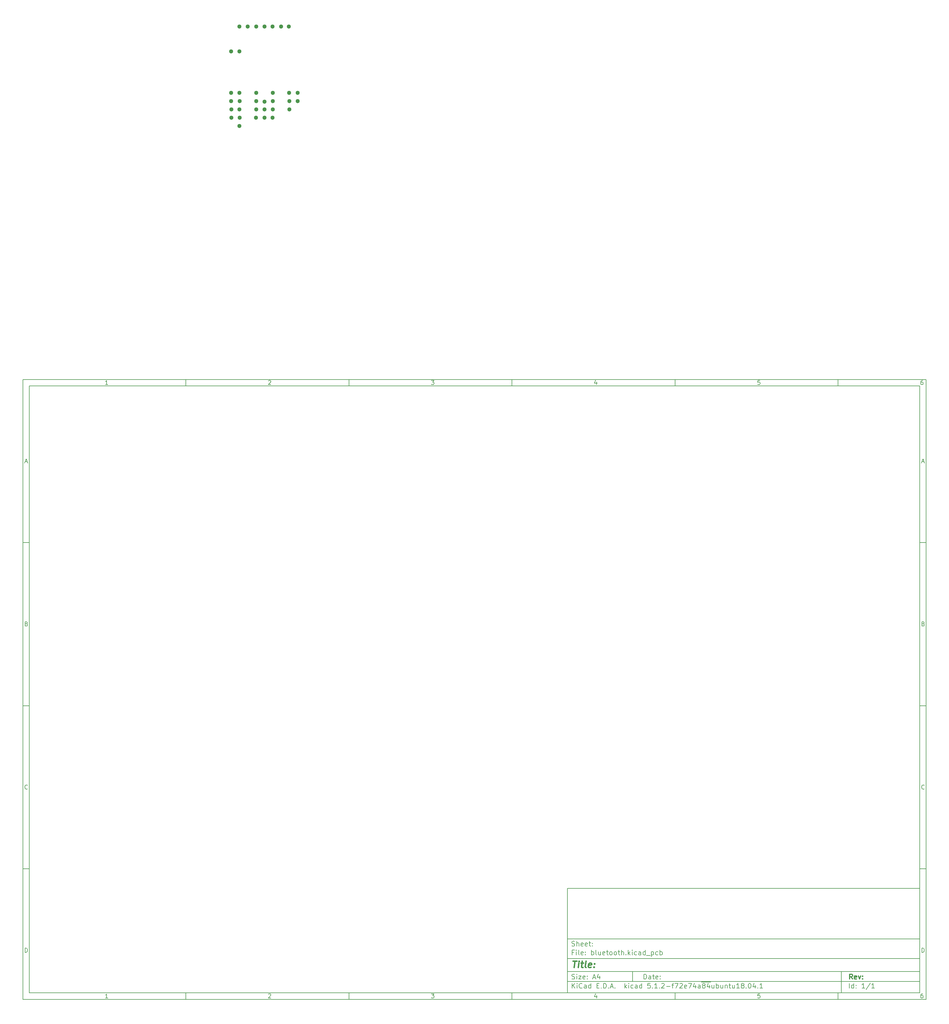
<source format=gbr>
%TF.GenerationSoftware,KiCad,Pcbnew,5.1.2-f72e74a~84~ubuntu18.04.1*%
%TF.CreationDate,2019-07-21T14:48:09+03:00*%
%TF.ProjectId,bluetooth,626c7565-746f-46f7-9468-2e6b69636164,rev?*%
%TF.SameCoordinates,Original*%
%TF.FileFunction,Soldermask,Bot*%
%TF.FilePolarity,Negative*%
%FSLAX46Y46*%
G04 Gerber Fmt 4.6, Leading zero omitted, Abs format (unit mm)*
G04 Created by KiCad (PCBNEW 5.1.2-f72e74a~84~ubuntu18.04.1) date 2019-07-21 14:48:09*
%MOMM*%
%LPD*%
G04 APERTURE LIST*
%ADD10C,0.100000*%
%ADD11C,0.150000*%
%ADD12C,0.300000*%
%ADD13C,0.400000*%
%ADD14C,1.300000*%
G04 APERTURE END LIST*
D10*
D11*
X177002200Y-166007200D02*
X177002200Y-198007200D01*
X285002200Y-198007200D01*
X285002200Y-166007200D01*
X177002200Y-166007200D01*
D10*
D11*
X10000000Y-10000000D02*
X10000000Y-200007200D01*
X287002200Y-200007200D01*
X287002200Y-10000000D01*
X10000000Y-10000000D01*
D10*
D11*
X12000000Y-12000000D02*
X12000000Y-198007200D01*
X285002200Y-198007200D01*
X285002200Y-12000000D01*
X12000000Y-12000000D01*
D10*
D11*
X60000000Y-12000000D02*
X60000000Y-10000000D01*
D10*
D11*
X110000000Y-12000000D02*
X110000000Y-10000000D01*
D10*
D11*
X160000000Y-12000000D02*
X160000000Y-10000000D01*
D10*
D11*
X210000000Y-12000000D02*
X210000000Y-10000000D01*
D10*
D11*
X260000000Y-12000000D02*
X260000000Y-10000000D01*
D10*
D11*
X36065476Y-11588095D02*
X35322619Y-11588095D01*
X35694047Y-11588095D02*
X35694047Y-10288095D01*
X35570238Y-10473809D01*
X35446428Y-10597619D01*
X35322619Y-10659523D01*
D10*
D11*
X85322619Y-10411904D02*
X85384523Y-10350000D01*
X85508333Y-10288095D01*
X85817857Y-10288095D01*
X85941666Y-10350000D01*
X86003571Y-10411904D01*
X86065476Y-10535714D01*
X86065476Y-10659523D01*
X86003571Y-10845238D01*
X85260714Y-11588095D01*
X86065476Y-11588095D01*
D10*
D11*
X135260714Y-10288095D02*
X136065476Y-10288095D01*
X135632142Y-10783333D01*
X135817857Y-10783333D01*
X135941666Y-10845238D01*
X136003571Y-10907142D01*
X136065476Y-11030952D01*
X136065476Y-11340476D01*
X136003571Y-11464285D01*
X135941666Y-11526190D01*
X135817857Y-11588095D01*
X135446428Y-11588095D01*
X135322619Y-11526190D01*
X135260714Y-11464285D01*
D10*
D11*
X185941666Y-10721428D02*
X185941666Y-11588095D01*
X185632142Y-10226190D02*
X185322619Y-11154761D01*
X186127380Y-11154761D01*
D10*
D11*
X236003571Y-10288095D02*
X235384523Y-10288095D01*
X235322619Y-10907142D01*
X235384523Y-10845238D01*
X235508333Y-10783333D01*
X235817857Y-10783333D01*
X235941666Y-10845238D01*
X236003571Y-10907142D01*
X236065476Y-11030952D01*
X236065476Y-11340476D01*
X236003571Y-11464285D01*
X235941666Y-11526190D01*
X235817857Y-11588095D01*
X235508333Y-11588095D01*
X235384523Y-11526190D01*
X235322619Y-11464285D01*
D10*
D11*
X285941666Y-10288095D02*
X285694047Y-10288095D01*
X285570238Y-10350000D01*
X285508333Y-10411904D01*
X285384523Y-10597619D01*
X285322619Y-10845238D01*
X285322619Y-11340476D01*
X285384523Y-11464285D01*
X285446428Y-11526190D01*
X285570238Y-11588095D01*
X285817857Y-11588095D01*
X285941666Y-11526190D01*
X286003571Y-11464285D01*
X286065476Y-11340476D01*
X286065476Y-11030952D01*
X286003571Y-10907142D01*
X285941666Y-10845238D01*
X285817857Y-10783333D01*
X285570238Y-10783333D01*
X285446428Y-10845238D01*
X285384523Y-10907142D01*
X285322619Y-11030952D01*
D10*
D11*
X60000000Y-198007200D02*
X60000000Y-200007200D01*
D10*
D11*
X110000000Y-198007200D02*
X110000000Y-200007200D01*
D10*
D11*
X160000000Y-198007200D02*
X160000000Y-200007200D01*
D10*
D11*
X210000000Y-198007200D02*
X210000000Y-200007200D01*
D10*
D11*
X260000000Y-198007200D02*
X260000000Y-200007200D01*
D10*
D11*
X36065476Y-199595295D02*
X35322619Y-199595295D01*
X35694047Y-199595295D02*
X35694047Y-198295295D01*
X35570238Y-198481009D01*
X35446428Y-198604819D01*
X35322619Y-198666723D01*
D10*
D11*
X85322619Y-198419104D02*
X85384523Y-198357200D01*
X85508333Y-198295295D01*
X85817857Y-198295295D01*
X85941666Y-198357200D01*
X86003571Y-198419104D01*
X86065476Y-198542914D01*
X86065476Y-198666723D01*
X86003571Y-198852438D01*
X85260714Y-199595295D01*
X86065476Y-199595295D01*
D10*
D11*
X135260714Y-198295295D02*
X136065476Y-198295295D01*
X135632142Y-198790533D01*
X135817857Y-198790533D01*
X135941666Y-198852438D01*
X136003571Y-198914342D01*
X136065476Y-199038152D01*
X136065476Y-199347676D01*
X136003571Y-199471485D01*
X135941666Y-199533390D01*
X135817857Y-199595295D01*
X135446428Y-199595295D01*
X135322619Y-199533390D01*
X135260714Y-199471485D01*
D10*
D11*
X185941666Y-198728628D02*
X185941666Y-199595295D01*
X185632142Y-198233390D02*
X185322619Y-199161961D01*
X186127380Y-199161961D01*
D10*
D11*
X236003571Y-198295295D02*
X235384523Y-198295295D01*
X235322619Y-198914342D01*
X235384523Y-198852438D01*
X235508333Y-198790533D01*
X235817857Y-198790533D01*
X235941666Y-198852438D01*
X236003571Y-198914342D01*
X236065476Y-199038152D01*
X236065476Y-199347676D01*
X236003571Y-199471485D01*
X235941666Y-199533390D01*
X235817857Y-199595295D01*
X235508333Y-199595295D01*
X235384523Y-199533390D01*
X235322619Y-199471485D01*
D10*
D11*
X285941666Y-198295295D02*
X285694047Y-198295295D01*
X285570238Y-198357200D01*
X285508333Y-198419104D01*
X285384523Y-198604819D01*
X285322619Y-198852438D01*
X285322619Y-199347676D01*
X285384523Y-199471485D01*
X285446428Y-199533390D01*
X285570238Y-199595295D01*
X285817857Y-199595295D01*
X285941666Y-199533390D01*
X286003571Y-199471485D01*
X286065476Y-199347676D01*
X286065476Y-199038152D01*
X286003571Y-198914342D01*
X285941666Y-198852438D01*
X285817857Y-198790533D01*
X285570238Y-198790533D01*
X285446428Y-198852438D01*
X285384523Y-198914342D01*
X285322619Y-199038152D01*
D10*
D11*
X10000000Y-60000000D02*
X12000000Y-60000000D01*
D10*
D11*
X10000000Y-110000000D02*
X12000000Y-110000000D01*
D10*
D11*
X10000000Y-160000000D02*
X12000000Y-160000000D01*
D10*
D11*
X10690476Y-35216666D02*
X11309523Y-35216666D01*
X10566666Y-35588095D02*
X11000000Y-34288095D01*
X11433333Y-35588095D01*
D10*
D11*
X11092857Y-84907142D02*
X11278571Y-84969047D01*
X11340476Y-85030952D01*
X11402380Y-85154761D01*
X11402380Y-85340476D01*
X11340476Y-85464285D01*
X11278571Y-85526190D01*
X11154761Y-85588095D01*
X10659523Y-85588095D01*
X10659523Y-84288095D01*
X11092857Y-84288095D01*
X11216666Y-84350000D01*
X11278571Y-84411904D01*
X11340476Y-84535714D01*
X11340476Y-84659523D01*
X11278571Y-84783333D01*
X11216666Y-84845238D01*
X11092857Y-84907142D01*
X10659523Y-84907142D01*
D10*
D11*
X11402380Y-135464285D02*
X11340476Y-135526190D01*
X11154761Y-135588095D01*
X11030952Y-135588095D01*
X10845238Y-135526190D01*
X10721428Y-135402380D01*
X10659523Y-135278571D01*
X10597619Y-135030952D01*
X10597619Y-134845238D01*
X10659523Y-134597619D01*
X10721428Y-134473809D01*
X10845238Y-134350000D01*
X11030952Y-134288095D01*
X11154761Y-134288095D01*
X11340476Y-134350000D01*
X11402380Y-134411904D01*
D10*
D11*
X10659523Y-185588095D02*
X10659523Y-184288095D01*
X10969047Y-184288095D01*
X11154761Y-184350000D01*
X11278571Y-184473809D01*
X11340476Y-184597619D01*
X11402380Y-184845238D01*
X11402380Y-185030952D01*
X11340476Y-185278571D01*
X11278571Y-185402380D01*
X11154761Y-185526190D01*
X10969047Y-185588095D01*
X10659523Y-185588095D01*
D10*
D11*
X287002200Y-60000000D02*
X285002200Y-60000000D01*
D10*
D11*
X287002200Y-110000000D02*
X285002200Y-110000000D01*
D10*
D11*
X287002200Y-160000000D02*
X285002200Y-160000000D01*
D10*
D11*
X285692676Y-35216666D02*
X286311723Y-35216666D01*
X285568866Y-35588095D02*
X286002200Y-34288095D01*
X286435533Y-35588095D01*
D10*
D11*
X286095057Y-84907142D02*
X286280771Y-84969047D01*
X286342676Y-85030952D01*
X286404580Y-85154761D01*
X286404580Y-85340476D01*
X286342676Y-85464285D01*
X286280771Y-85526190D01*
X286156961Y-85588095D01*
X285661723Y-85588095D01*
X285661723Y-84288095D01*
X286095057Y-84288095D01*
X286218866Y-84350000D01*
X286280771Y-84411904D01*
X286342676Y-84535714D01*
X286342676Y-84659523D01*
X286280771Y-84783333D01*
X286218866Y-84845238D01*
X286095057Y-84907142D01*
X285661723Y-84907142D01*
D10*
D11*
X286404580Y-135464285D02*
X286342676Y-135526190D01*
X286156961Y-135588095D01*
X286033152Y-135588095D01*
X285847438Y-135526190D01*
X285723628Y-135402380D01*
X285661723Y-135278571D01*
X285599819Y-135030952D01*
X285599819Y-134845238D01*
X285661723Y-134597619D01*
X285723628Y-134473809D01*
X285847438Y-134350000D01*
X286033152Y-134288095D01*
X286156961Y-134288095D01*
X286342676Y-134350000D01*
X286404580Y-134411904D01*
D10*
D11*
X285661723Y-185588095D02*
X285661723Y-184288095D01*
X285971247Y-184288095D01*
X286156961Y-184350000D01*
X286280771Y-184473809D01*
X286342676Y-184597619D01*
X286404580Y-184845238D01*
X286404580Y-185030952D01*
X286342676Y-185278571D01*
X286280771Y-185402380D01*
X286156961Y-185526190D01*
X285971247Y-185588095D01*
X285661723Y-185588095D01*
D10*
D11*
X200434342Y-193785771D02*
X200434342Y-192285771D01*
X200791485Y-192285771D01*
X201005771Y-192357200D01*
X201148628Y-192500057D01*
X201220057Y-192642914D01*
X201291485Y-192928628D01*
X201291485Y-193142914D01*
X201220057Y-193428628D01*
X201148628Y-193571485D01*
X201005771Y-193714342D01*
X200791485Y-193785771D01*
X200434342Y-193785771D01*
X202577200Y-193785771D02*
X202577200Y-193000057D01*
X202505771Y-192857200D01*
X202362914Y-192785771D01*
X202077200Y-192785771D01*
X201934342Y-192857200D01*
X202577200Y-193714342D02*
X202434342Y-193785771D01*
X202077200Y-193785771D01*
X201934342Y-193714342D01*
X201862914Y-193571485D01*
X201862914Y-193428628D01*
X201934342Y-193285771D01*
X202077200Y-193214342D01*
X202434342Y-193214342D01*
X202577200Y-193142914D01*
X203077200Y-192785771D02*
X203648628Y-192785771D01*
X203291485Y-192285771D02*
X203291485Y-193571485D01*
X203362914Y-193714342D01*
X203505771Y-193785771D01*
X203648628Y-193785771D01*
X204720057Y-193714342D02*
X204577200Y-193785771D01*
X204291485Y-193785771D01*
X204148628Y-193714342D01*
X204077200Y-193571485D01*
X204077200Y-193000057D01*
X204148628Y-192857200D01*
X204291485Y-192785771D01*
X204577200Y-192785771D01*
X204720057Y-192857200D01*
X204791485Y-193000057D01*
X204791485Y-193142914D01*
X204077200Y-193285771D01*
X205434342Y-193642914D02*
X205505771Y-193714342D01*
X205434342Y-193785771D01*
X205362914Y-193714342D01*
X205434342Y-193642914D01*
X205434342Y-193785771D01*
X205434342Y-192857200D02*
X205505771Y-192928628D01*
X205434342Y-193000057D01*
X205362914Y-192928628D01*
X205434342Y-192857200D01*
X205434342Y-193000057D01*
D10*
D11*
X177002200Y-194507200D02*
X285002200Y-194507200D01*
D10*
D11*
X178434342Y-196585771D02*
X178434342Y-195085771D01*
X179291485Y-196585771D02*
X178648628Y-195728628D01*
X179291485Y-195085771D02*
X178434342Y-195942914D01*
X179934342Y-196585771D02*
X179934342Y-195585771D01*
X179934342Y-195085771D02*
X179862914Y-195157200D01*
X179934342Y-195228628D01*
X180005771Y-195157200D01*
X179934342Y-195085771D01*
X179934342Y-195228628D01*
X181505771Y-196442914D02*
X181434342Y-196514342D01*
X181220057Y-196585771D01*
X181077200Y-196585771D01*
X180862914Y-196514342D01*
X180720057Y-196371485D01*
X180648628Y-196228628D01*
X180577200Y-195942914D01*
X180577200Y-195728628D01*
X180648628Y-195442914D01*
X180720057Y-195300057D01*
X180862914Y-195157200D01*
X181077200Y-195085771D01*
X181220057Y-195085771D01*
X181434342Y-195157200D01*
X181505771Y-195228628D01*
X182791485Y-196585771D02*
X182791485Y-195800057D01*
X182720057Y-195657200D01*
X182577200Y-195585771D01*
X182291485Y-195585771D01*
X182148628Y-195657200D01*
X182791485Y-196514342D02*
X182648628Y-196585771D01*
X182291485Y-196585771D01*
X182148628Y-196514342D01*
X182077200Y-196371485D01*
X182077200Y-196228628D01*
X182148628Y-196085771D01*
X182291485Y-196014342D01*
X182648628Y-196014342D01*
X182791485Y-195942914D01*
X184148628Y-196585771D02*
X184148628Y-195085771D01*
X184148628Y-196514342D02*
X184005771Y-196585771D01*
X183720057Y-196585771D01*
X183577200Y-196514342D01*
X183505771Y-196442914D01*
X183434342Y-196300057D01*
X183434342Y-195871485D01*
X183505771Y-195728628D01*
X183577200Y-195657200D01*
X183720057Y-195585771D01*
X184005771Y-195585771D01*
X184148628Y-195657200D01*
X186005771Y-195800057D02*
X186505771Y-195800057D01*
X186720057Y-196585771D02*
X186005771Y-196585771D01*
X186005771Y-195085771D01*
X186720057Y-195085771D01*
X187362914Y-196442914D02*
X187434342Y-196514342D01*
X187362914Y-196585771D01*
X187291485Y-196514342D01*
X187362914Y-196442914D01*
X187362914Y-196585771D01*
X188077200Y-196585771D02*
X188077200Y-195085771D01*
X188434342Y-195085771D01*
X188648628Y-195157200D01*
X188791485Y-195300057D01*
X188862914Y-195442914D01*
X188934342Y-195728628D01*
X188934342Y-195942914D01*
X188862914Y-196228628D01*
X188791485Y-196371485D01*
X188648628Y-196514342D01*
X188434342Y-196585771D01*
X188077200Y-196585771D01*
X189577200Y-196442914D02*
X189648628Y-196514342D01*
X189577200Y-196585771D01*
X189505771Y-196514342D01*
X189577200Y-196442914D01*
X189577200Y-196585771D01*
X190220057Y-196157200D02*
X190934342Y-196157200D01*
X190077200Y-196585771D02*
X190577200Y-195085771D01*
X191077200Y-196585771D01*
X191577200Y-196442914D02*
X191648628Y-196514342D01*
X191577200Y-196585771D01*
X191505771Y-196514342D01*
X191577200Y-196442914D01*
X191577200Y-196585771D01*
X194577200Y-196585771D02*
X194577200Y-195085771D01*
X194720057Y-196014342D02*
X195148628Y-196585771D01*
X195148628Y-195585771D02*
X194577200Y-196157200D01*
X195791485Y-196585771D02*
X195791485Y-195585771D01*
X195791485Y-195085771D02*
X195720057Y-195157200D01*
X195791485Y-195228628D01*
X195862914Y-195157200D01*
X195791485Y-195085771D01*
X195791485Y-195228628D01*
X197148628Y-196514342D02*
X197005771Y-196585771D01*
X196720057Y-196585771D01*
X196577200Y-196514342D01*
X196505771Y-196442914D01*
X196434342Y-196300057D01*
X196434342Y-195871485D01*
X196505771Y-195728628D01*
X196577200Y-195657200D01*
X196720057Y-195585771D01*
X197005771Y-195585771D01*
X197148628Y-195657200D01*
X198434342Y-196585771D02*
X198434342Y-195800057D01*
X198362914Y-195657200D01*
X198220057Y-195585771D01*
X197934342Y-195585771D01*
X197791485Y-195657200D01*
X198434342Y-196514342D02*
X198291485Y-196585771D01*
X197934342Y-196585771D01*
X197791485Y-196514342D01*
X197720057Y-196371485D01*
X197720057Y-196228628D01*
X197791485Y-196085771D01*
X197934342Y-196014342D01*
X198291485Y-196014342D01*
X198434342Y-195942914D01*
X199791485Y-196585771D02*
X199791485Y-195085771D01*
X199791485Y-196514342D02*
X199648628Y-196585771D01*
X199362914Y-196585771D01*
X199220057Y-196514342D01*
X199148628Y-196442914D01*
X199077200Y-196300057D01*
X199077200Y-195871485D01*
X199148628Y-195728628D01*
X199220057Y-195657200D01*
X199362914Y-195585771D01*
X199648628Y-195585771D01*
X199791485Y-195657200D01*
X202362914Y-195085771D02*
X201648628Y-195085771D01*
X201577200Y-195800057D01*
X201648628Y-195728628D01*
X201791485Y-195657200D01*
X202148628Y-195657200D01*
X202291485Y-195728628D01*
X202362914Y-195800057D01*
X202434342Y-195942914D01*
X202434342Y-196300057D01*
X202362914Y-196442914D01*
X202291485Y-196514342D01*
X202148628Y-196585771D01*
X201791485Y-196585771D01*
X201648628Y-196514342D01*
X201577200Y-196442914D01*
X203077200Y-196442914D02*
X203148628Y-196514342D01*
X203077200Y-196585771D01*
X203005771Y-196514342D01*
X203077200Y-196442914D01*
X203077200Y-196585771D01*
X204577200Y-196585771D02*
X203720057Y-196585771D01*
X204148628Y-196585771D02*
X204148628Y-195085771D01*
X204005771Y-195300057D01*
X203862914Y-195442914D01*
X203720057Y-195514342D01*
X205220057Y-196442914D02*
X205291485Y-196514342D01*
X205220057Y-196585771D01*
X205148628Y-196514342D01*
X205220057Y-196442914D01*
X205220057Y-196585771D01*
X205862914Y-195228628D02*
X205934342Y-195157200D01*
X206077200Y-195085771D01*
X206434342Y-195085771D01*
X206577200Y-195157200D01*
X206648628Y-195228628D01*
X206720057Y-195371485D01*
X206720057Y-195514342D01*
X206648628Y-195728628D01*
X205791485Y-196585771D01*
X206720057Y-196585771D01*
X207362914Y-196014342D02*
X208505771Y-196014342D01*
X209005771Y-195585771D02*
X209577200Y-195585771D01*
X209220057Y-196585771D02*
X209220057Y-195300057D01*
X209291485Y-195157200D01*
X209434342Y-195085771D01*
X209577200Y-195085771D01*
X209934342Y-195085771D02*
X210934342Y-195085771D01*
X210291485Y-196585771D01*
X211434342Y-195228628D02*
X211505771Y-195157200D01*
X211648628Y-195085771D01*
X212005771Y-195085771D01*
X212148628Y-195157200D01*
X212220057Y-195228628D01*
X212291485Y-195371485D01*
X212291485Y-195514342D01*
X212220057Y-195728628D01*
X211362914Y-196585771D01*
X212291485Y-196585771D01*
X213505771Y-196514342D02*
X213362914Y-196585771D01*
X213077200Y-196585771D01*
X212934342Y-196514342D01*
X212862914Y-196371485D01*
X212862914Y-195800057D01*
X212934342Y-195657200D01*
X213077200Y-195585771D01*
X213362914Y-195585771D01*
X213505771Y-195657200D01*
X213577200Y-195800057D01*
X213577200Y-195942914D01*
X212862914Y-196085771D01*
X214077200Y-195085771D02*
X215077200Y-195085771D01*
X214434342Y-196585771D01*
X216291485Y-195585771D02*
X216291485Y-196585771D01*
X215934342Y-195014342D02*
X215577200Y-196085771D01*
X216505771Y-196085771D01*
X217720057Y-196585771D02*
X217720057Y-195800057D01*
X217648628Y-195657200D01*
X217505771Y-195585771D01*
X217220057Y-195585771D01*
X217077200Y-195657200D01*
X217720057Y-196514342D02*
X217577200Y-196585771D01*
X217220057Y-196585771D01*
X217077200Y-196514342D01*
X217005771Y-196371485D01*
X217005771Y-196228628D01*
X217077200Y-196085771D01*
X217220057Y-196014342D01*
X217577200Y-196014342D01*
X217720057Y-195942914D01*
X218077200Y-194677200D02*
X219505771Y-194677200D01*
X218648628Y-195728628D02*
X218505771Y-195657200D01*
X218434342Y-195585771D01*
X218362914Y-195442914D01*
X218362914Y-195371485D01*
X218434342Y-195228628D01*
X218505771Y-195157200D01*
X218648628Y-195085771D01*
X218934342Y-195085771D01*
X219077200Y-195157200D01*
X219148628Y-195228628D01*
X219220057Y-195371485D01*
X219220057Y-195442914D01*
X219148628Y-195585771D01*
X219077200Y-195657200D01*
X218934342Y-195728628D01*
X218648628Y-195728628D01*
X218505771Y-195800057D01*
X218434342Y-195871485D01*
X218362914Y-196014342D01*
X218362914Y-196300057D01*
X218434342Y-196442914D01*
X218505771Y-196514342D01*
X218648628Y-196585771D01*
X218934342Y-196585771D01*
X219077200Y-196514342D01*
X219148628Y-196442914D01*
X219220057Y-196300057D01*
X219220057Y-196014342D01*
X219148628Y-195871485D01*
X219077200Y-195800057D01*
X218934342Y-195728628D01*
X219505771Y-194677200D02*
X220934342Y-194677200D01*
X220505771Y-195585771D02*
X220505771Y-196585771D01*
X220148628Y-195014342D02*
X219791485Y-196085771D01*
X220720057Y-196085771D01*
X221934342Y-195585771D02*
X221934342Y-196585771D01*
X221291485Y-195585771D02*
X221291485Y-196371485D01*
X221362914Y-196514342D01*
X221505771Y-196585771D01*
X221720057Y-196585771D01*
X221862914Y-196514342D01*
X221934342Y-196442914D01*
X222648628Y-196585771D02*
X222648628Y-195085771D01*
X222648628Y-195657200D02*
X222791485Y-195585771D01*
X223077200Y-195585771D01*
X223220057Y-195657200D01*
X223291485Y-195728628D01*
X223362914Y-195871485D01*
X223362914Y-196300057D01*
X223291485Y-196442914D01*
X223220057Y-196514342D01*
X223077200Y-196585771D01*
X222791485Y-196585771D01*
X222648628Y-196514342D01*
X224648628Y-195585771D02*
X224648628Y-196585771D01*
X224005771Y-195585771D02*
X224005771Y-196371485D01*
X224077200Y-196514342D01*
X224220057Y-196585771D01*
X224434342Y-196585771D01*
X224577200Y-196514342D01*
X224648628Y-196442914D01*
X225362914Y-195585771D02*
X225362914Y-196585771D01*
X225362914Y-195728628D02*
X225434342Y-195657200D01*
X225577200Y-195585771D01*
X225791485Y-195585771D01*
X225934342Y-195657200D01*
X226005771Y-195800057D01*
X226005771Y-196585771D01*
X226505771Y-195585771D02*
X227077200Y-195585771D01*
X226720057Y-195085771D02*
X226720057Y-196371485D01*
X226791485Y-196514342D01*
X226934342Y-196585771D01*
X227077200Y-196585771D01*
X228220057Y-195585771D02*
X228220057Y-196585771D01*
X227577200Y-195585771D02*
X227577200Y-196371485D01*
X227648628Y-196514342D01*
X227791485Y-196585771D01*
X228005771Y-196585771D01*
X228148628Y-196514342D01*
X228220057Y-196442914D01*
X229720057Y-196585771D02*
X228862914Y-196585771D01*
X229291485Y-196585771D02*
X229291485Y-195085771D01*
X229148628Y-195300057D01*
X229005771Y-195442914D01*
X228862914Y-195514342D01*
X230577200Y-195728628D02*
X230434342Y-195657200D01*
X230362914Y-195585771D01*
X230291485Y-195442914D01*
X230291485Y-195371485D01*
X230362914Y-195228628D01*
X230434342Y-195157200D01*
X230577200Y-195085771D01*
X230862914Y-195085771D01*
X231005771Y-195157200D01*
X231077200Y-195228628D01*
X231148628Y-195371485D01*
X231148628Y-195442914D01*
X231077200Y-195585771D01*
X231005771Y-195657200D01*
X230862914Y-195728628D01*
X230577200Y-195728628D01*
X230434342Y-195800057D01*
X230362914Y-195871485D01*
X230291485Y-196014342D01*
X230291485Y-196300057D01*
X230362914Y-196442914D01*
X230434342Y-196514342D01*
X230577200Y-196585771D01*
X230862914Y-196585771D01*
X231005771Y-196514342D01*
X231077200Y-196442914D01*
X231148628Y-196300057D01*
X231148628Y-196014342D01*
X231077200Y-195871485D01*
X231005771Y-195800057D01*
X230862914Y-195728628D01*
X231791485Y-196442914D02*
X231862914Y-196514342D01*
X231791485Y-196585771D01*
X231720057Y-196514342D01*
X231791485Y-196442914D01*
X231791485Y-196585771D01*
X232791485Y-195085771D02*
X232934342Y-195085771D01*
X233077200Y-195157200D01*
X233148628Y-195228628D01*
X233220057Y-195371485D01*
X233291485Y-195657200D01*
X233291485Y-196014342D01*
X233220057Y-196300057D01*
X233148628Y-196442914D01*
X233077200Y-196514342D01*
X232934342Y-196585771D01*
X232791485Y-196585771D01*
X232648628Y-196514342D01*
X232577200Y-196442914D01*
X232505771Y-196300057D01*
X232434342Y-196014342D01*
X232434342Y-195657200D01*
X232505771Y-195371485D01*
X232577200Y-195228628D01*
X232648628Y-195157200D01*
X232791485Y-195085771D01*
X234577200Y-195585771D02*
X234577200Y-196585771D01*
X234220057Y-195014342D02*
X233862914Y-196085771D01*
X234791485Y-196085771D01*
X235362914Y-196442914D02*
X235434342Y-196514342D01*
X235362914Y-196585771D01*
X235291485Y-196514342D01*
X235362914Y-196442914D01*
X235362914Y-196585771D01*
X236862914Y-196585771D02*
X236005771Y-196585771D01*
X236434342Y-196585771D02*
X236434342Y-195085771D01*
X236291485Y-195300057D01*
X236148628Y-195442914D01*
X236005771Y-195514342D01*
D10*
D11*
X177002200Y-191507200D02*
X285002200Y-191507200D01*
D10*
D12*
X264411485Y-193785771D02*
X263911485Y-193071485D01*
X263554342Y-193785771D02*
X263554342Y-192285771D01*
X264125771Y-192285771D01*
X264268628Y-192357200D01*
X264340057Y-192428628D01*
X264411485Y-192571485D01*
X264411485Y-192785771D01*
X264340057Y-192928628D01*
X264268628Y-193000057D01*
X264125771Y-193071485D01*
X263554342Y-193071485D01*
X265625771Y-193714342D02*
X265482914Y-193785771D01*
X265197200Y-193785771D01*
X265054342Y-193714342D01*
X264982914Y-193571485D01*
X264982914Y-193000057D01*
X265054342Y-192857200D01*
X265197200Y-192785771D01*
X265482914Y-192785771D01*
X265625771Y-192857200D01*
X265697200Y-193000057D01*
X265697200Y-193142914D01*
X264982914Y-193285771D01*
X266197200Y-192785771D02*
X266554342Y-193785771D01*
X266911485Y-192785771D01*
X267482914Y-193642914D02*
X267554342Y-193714342D01*
X267482914Y-193785771D01*
X267411485Y-193714342D01*
X267482914Y-193642914D01*
X267482914Y-193785771D01*
X267482914Y-192857200D02*
X267554342Y-192928628D01*
X267482914Y-193000057D01*
X267411485Y-192928628D01*
X267482914Y-192857200D01*
X267482914Y-193000057D01*
D10*
D11*
X178362914Y-193714342D02*
X178577200Y-193785771D01*
X178934342Y-193785771D01*
X179077200Y-193714342D01*
X179148628Y-193642914D01*
X179220057Y-193500057D01*
X179220057Y-193357200D01*
X179148628Y-193214342D01*
X179077200Y-193142914D01*
X178934342Y-193071485D01*
X178648628Y-193000057D01*
X178505771Y-192928628D01*
X178434342Y-192857200D01*
X178362914Y-192714342D01*
X178362914Y-192571485D01*
X178434342Y-192428628D01*
X178505771Y-192357200D01*
X178648628Y-192285771D01*
X179005771Y-192285771D01*
X179220057Y-192357200D01*
X179862914Y-193785771D02*
X179862914Y-192785771D01*
X179862914Y-192285771D02*
X179791485Y-192357200D01*
X179862914Y-192428628D01*
X179934342Y-192357200D01*
X179862914Y-192285771D01*
X179862914Y-192428628D01*
X180434342Y-192785771D02*
X181220057Y-192785771D01*
X180434342Y-193785771D01*
X181220057Y-193785771D01*
X182362914Y-193714342D02*
X182220057Y-193785771D01*
X181934342Y-193785771D01*
X181791485Y-193714342D01*
X181720057Y-193571485D01*
X181720057Y-193000057D01*
X181791485Y-192857200D01*
X181934342Y-192785771D01*
X182220057Y-192785771D01*
X182362914Y-192857200D01*
X182434342Y-193000057D01*
X182434342Y-193142914D01*
X181720057Y-193285771D01*
X183077200Y-193642914D02*
X183148628Y-193714342D01*
X183077200Y-193785771D01*
X183005771Y-193714342D01*
X183077200Y-193642914D01*
X183077200Y-193785771D01*
X183077200Y-192857200D02*
X183148628Y-192928628D01*
X183077200Y-193000057D01*
X183005771Y-192928628D01*
X183077200Y-192857200D01*
X183077200Y-193000057D01*
X184862914Y-193357200D02*
X185577200Y-193357200D01*
X184720057Y-193785771D02*
X185220057Y-192285771D01*
X185720057Y-193785771D01*
X186862914Y-192785771D02*
X186862914Y-193785771D01*
X186505771Y-192214342D02*
X186148628Y-193285771D01*
X187077200Y-193285771D01*
D10*
D11*
X263434342Y-196585771D02*
X263434342Y-195085771D01*
X264791485Y-196585771D02*
X264791485Y-195085771D01*
X264791485Y-196514342D02*
X264648628Y-196585771D01*
X264362914Y-196585771D01*
X264220057Y-196514342D01*
X264148628Y-196442914D01*
X264077200Y-196300057D01*
X264077200Y-195871485D01*
X264148628Y-195728628D01*
X264220057Y-195657200D01*
X264362914Y-195585771D01*
X264648628Y-195585771D01*
X264791485Y-195657200D01*
X265505771Y-196442914D02*
X265577200Y-196514342D01*
X265505771Y-196585771D01*
X265434342Y-196514342D01*
X265505771Y-196442914D01*
X265505771Y-196585771D01*
X265505771Y-195657200D02*
X265577200Y-195728628D01*
X265505771Y-195800057D01*
X265434342Y-195728628D01*
X265505771Y-195657200D01*
X265505771Y-195800057D01*
X268148628Y-196585771D02*
X267291485Y-196585771D01*
X267720057Y-196585771D02*
X267720057Y-195085771D01*
X267577200Y-195300057D01*
X267434342Y-195442914D01*
X267291485Y-195514342D01*
X269862914Y-195014342D02*
X268577200Y-196942914D01*
X271148628Y-196585771D02*
X270291485Y-196585771D01*
X270720057Y-196585771D02*
X270720057Y-195085771D01*
X270577200Y-195300057D01*
X270434342Y-195442914D01*
X270291485Y-195514342D01*
D10*
D11*
X177002200Y-187507200D02*
X285002200Y-187507200D01*
D10*
D13*
X178714580Y-188211961D02*
X179857438Y-188211961D01*
X179036009Y-190211961D02*
X179286009Y-188211961D01*
X180274104Y-190211961D02*
X180440771Y-188878628D01*
X180524104Y-188211961D02*
X180416961Y-188307200D01*
X180500295Y-188402438D01*
X180607438Y-188307200D01*
X180524104Y-188211961D01*
X180500295Y-188402438D01*
X181107438Y-188878628D02*
X181869342Y-188878628D01*
X181476485Y-188211961D02*
X181262200Y-189926247D01*
X181333628Y-190116723D01*
X181512200Y-190211961D01*
X181702676Y-190211961D01*
X182655057Y-190211961D02*
X182476485Y-190116723D01*
X182405057Y-189926247D01*
X182619342Y-188211961D01*
X184190771Y-190116723D02*
X183988390Y-190211961D01*
X183607438Y-190211961D01*
X183428866Y-190116723D01*
X183357438Y-189926247D01*
X183452676Y-189164342D01*
X183571723Y-188973866D01*
X183774104Y-188878628D01*
X184155057Y-188878628D01*
X184333628Y-188973866D01*
X184405057Y-189164342D01*
X184381247Y-189354819D01*
X183405057Y-189545295D01*
X185155057Y-190021485D02*
X185238390Y-190116723D01*
X185131247Y-190211961D01*
X185047914Y-190116723D01*
X185155057Y-190021485D01*
X185131247Y-190211961D01*
X185286009Y-188973866D02*
X185369342Y-189069104D01*
X185262200Y-189164342D01*
X185178866Y-189069104D01*
X185286009Y-188973866D01*
X185262200Y-189164342D01*
D10*
D11*
X178934342Y-185600057D02*
X178434342Y-185600057D01*
X178434342Y-186385771D02*
X178434342Y-184885771D01*
X179148628Y-184885771D01*
X179720057Y-186385771D02*
X179720057Y-185385771D01*
X179720057Y-184885771D02*
X179648628Y-184957200D01*
X179720057Y-185028628D01*
X179791485Y-184957200D01*
X179720057Y-184885771D01*
X179720057Y-185028628D01*
X180648628Y-186385771D02*
X180505771Y-186314342D01*
X180434342Y-186171485D01*
X180434342Y-184885771D01*
X181791485Y-186314342D02*
X181648628Y-186385771D01*
X181362914Y-186385771D01*
X181220057Y-186314342D01*
X181148628Y-186171485D01*
X181148628Y-185600057D01*
X181220057Y-185457200D01*
X181362914Y-185385771D01*
X181648628Y-185385771D01*
X181791485Y-185457200D01*
X181862914Y-185600057D01*
X181862914Y-185742914D01*
X181148628Y-185885771D01*
X182505771Y-186242914D02*
X182577200Y-186314342D01*
X182505771Y-186385771D01*
X182434342Y-186314342D01*
X182505771Y-186242914D01*
X182505771Y-186385771D01*
X182505771Y-185457200D02*
X182577200Y-185528628D01*
X182505771Y-185600057D01*
X182434342Y-185528628D01*
X182505771Y-185457200D01*
X182505771Y-185600057D01*
X184362914Y-186385771D02*
X184362914Y-184885771D01*
X184362914Y-185457200D02*
X184505771Y-185385771D01*
X184791485Y-185385771D01*
X184934342Y-185457200D01*
X185005771Y-185528628D01*
X185077200Y-185671485D01*
X185077200Y-186100057D01*
X185005771Y-186242914D01*
X184934342Y-186314342D01*
X184791485Y-186385771D01*
X184505771Y-186385771D01*
X184362914Y-186314342D01*
X185934342Y-186385771D02*
X185791485Y-186314342D01*
X185720057Y-186171485D01*
X185720057Y-184885771D01*
X187148628Y-185385771D02*
X187148628Y-186385771D01*
X186505771Y-185385771D02*
X186505771Y-186171485D01*
X186577200Y-186314342D01*
X186720057Y-186385771D01*
X186934342Y-186385771D01*
X187077200Y-186314342D01*
X187148628Y-186242914D01*
X188434342Y-186314342D02*
X188291485Y-186385771D01*
X188005771Y-186385771D01*
X187862914Y-186314342D01*
X187791485Y-186171485D01*
X187791485Y-185600057D01*
X187862914Y-185457200D01*
X188005771Y-185385771D01*
X188291485Y-185385771D01*
X188434342Y-185457200D01*
X188505771Y-185600057D01*
X188505771Y-185742914D01*
X187791485Y-185885771D01*
X188934342Y-185385771D02*
X189505771Y-185385771D01*
X189148628Y-184885771D02*
X189148628Y-186171485D01*
X189220057Y-186314342D01*
X189362914Y-186385771D01*
X189505771Y-186385771D01*
X190220057Y-186385771D02*
X190077200Y-186314342D01*
X190005771Y-186242914D01*
X189934342Y-186100057D01*
X189934342Y-185671485D01*
X190005771Y-185528628D01*
X190077200Y-185457200D01*
X190220057Y-185385771D01*
X190434342Y-185385771D01*
X190577200Y-185457200D01*
X190648628Y-185528628D01*
X190720057Y-185671485D01*
X190720057Y-186100057D01*
X190648628Y-186242914D01*
X190577200Y-186314342D01*
X190434342Y-186385771D01*
X190220057Y-186385771D01*
X191577200Y-186385771D02*
X191434342Y-186314342D01*
X191362914Y-186242914D01*
X191291485Y-186100057D01*
X191291485Y-185671485D01*
X191362914Y-185528628D01*
X191434342Y-185457200D01*
X191577200Y-185385771D01*
X191791485Y-185385771D01*
X191934342Y-185457200D01*
X192005771Y-185528628D01*
X192077200Y-185671485D01*
X192077200Y-186100057D01*
X192005771Y-186242914D01*
X191934342Y-186314342D01*
X191791485Y-186385771D01*
X191577200Y-186385771D01*
X192505771Y-185385771D02*
X193077200Y-185385771D01*
X192720057Y-184885771D02*
X192720057Y-186171485D01*
X192791485Y-186314342D01*
X192934342Y-186385771D01*
X193077200Y-186385771D01*
X193577200Y-186385771D02*
X193577200Y-184885771D01*
X194220057Y-186385771D02*
X194220057Y-185600057D01*
X194148628Y-185457200D01*
X194005771Y-185385771D01*
X193791485Y-185385771D01*
X193648628Y-185457200D01*
X193577200Y-185528628D01*
X194934342Y-186242914D02*
X195005771Y-186314342D01*
X194934342Y-186385771D01*
X194862914Y-186314342D01*
X194934342Y-186242914D01*
X194934342Y-186385771D01*
X195648628Y-186385771D02*
X195648628Y-184885771D01*
X195791485Y-185814342D02*
X196220057Y-186385771D01*
X196220057Y-185385771D02*
X195648628Y-185957200D01*
X196862914Y-186385771D02*
X196862914Y-185385771D01*
X196862914Y-184885771D02*
X196791485Y-184957200D01*
X196862914Y-185028628D01*
X196934342Y-184957200D01*
X196862914Y-184885771D01*
X196862914Y-185028628D01*
X198220057Y-186314342D02*
X198077200Y-186385771D01*
X197791485Y-186385771D01*
X197648628Y-186314342D01*
X197577200Y-186242914D01*
X197505771Y-186100057D01*
X197505771Y-185671485D01*
X197577200Y-185528628D01*
X197648628Y-185457200D01*
X197791485Y-185385771D01*
X198077200Y-185385771D01*
X198220057Y-185457200D01*
X199505771Y-186385771D02*
X199505771Y-185600057D01*
X199434342Y-185457200D01*
X199291485Y-185385771D01*
X199005771Y-185385771D01*
X198862914Y-185457200D01*
X199505771Y-186314342D02*
X199362914Y-186385771D01*
X199005771Y-186385771D01*
X198862914Y-186314342D01*
X198791485Y-186171485D01*
X198791485Y-186028628D01*
X198862914Y-185885771D01*
X199005771Y-185814342D01*
X199362914Y-185814342D01*
X199505771Y-185742914D01*
X200862914Y-186385771D02*
X200862914Y-184885771D01*
X200862914Y-186314342D02*
X200720057Y-186385771D01*
X200434342Y-186385771D01*
X200291485Y-186314342D01*
X200220057Y-186242914D01*
X200148628Y-186100057D01*
X200148628Y-185671485D01*
X200220057Y-185528628D01*
X200291485Y-185457200D01*
X200434342Y-185385771D01*
X200720057Y-185385771D01*
X200862914Y-185457200D01*
X201220057Y-186528628D02*
X202362914Y-186528628D01*
X202720057Y-185385771D02*
X202720057Y-186885771D01*
X202720057Y-185457200D02*
X202862914Y-185385771D01*
X203148628Y-185385771D01*
X203291485Y-185457200D01*
X203362914Y-185528628D01*
X203434342Y-185671485D01*
X203434342Y-186100057D01*
X203362914Y-186242914D01*
X203291485Y-186314342D01*
X203148628Y-186385771D01*
X202862914Y-186385771D01*
X202720057Y-186314342D01*
X204720057Y-186314342D02*
X204577200Y-186385771D01*
X204291485Y-186385771D01*
X204148628Y-186314342D01*
X204077200Y-186242914D01*
X204005771Y-186100057D01*
X204005771Y-185671485D01*
X204077200Y-185528628D01*
X204148628Y-185457200D01*
X204291485Y-185385771D01*
X204577200Y-185385771D01*
X204720057Y-185457200D01*
X205362914Y-186385771D02*
X205362914Y-184885771D01*
X205362914Y-185457200D02*
X205505771Y-185385771D01*
X205791485Y-185385771D01*
X205934342Y-185457200D01*
X206005771Y-185528628D01*
X206077200Y-185671485D01*
X206077200Y-186100057D01*
X206005771Y-186242914D01*
X205934342Y-186314342D01*
X205791485Y-186385771D01*
X205505771Y-186385771D01*
X205362914Y-186314342D01*
D10*
D11*
X177002200Y-181507200D02*
X285002200Y-181507200D01*
D10*
D11*
X178362914Y-183614342D02*
X178577200Y-183685771D01*
X178934342Y-183685771D01*
X179077200Y-183614342D01*
X179148628Y-183542914D01*
X179220057Y-183400057D01*
X179220057Y-183257200D01*
X179148628Y-183114342D01*
X179077200Y-183042914D01*
X178934342Y-182971485D01*
X178648628Y-182900057D01*
X178505771Y-182828628D01*
X178434342Y-182757200D01*
X178362914Y-182614342D01*
X178362914Y-182471485D01*
X178434342Y-182328628D01*
X178505771Y-182257200D01*
X178648628Y-182185771D01*
X179005771Y-182185771D01*
X179220057Y-182257200D01*
X179862914Y-183685771D02*
X179862914Y-182185771D01*
X180505771Y-183685771D02*
X180505771Y-182900057D01*
X180434342Y-182757200D01*
X180291485Y-182685771D01*
X180077200Y-182685771D01*
X179934342Y-182757200D01*
X179862914Y-182828628D01*
X181791485Y-183614342D02*
X181648628Y-183685771D01*
X181362914Y-183685771D01*
X181220057Y-183614342D01*
X181148628Y-183471485D01*
X181148628Y-182900057D01*
X181220057Y-182757200D01*
X181362914Y-182685771D01*
X181648628Y-182685771D01*
X181791485Y-182757200D01*
X181862914Y-182900057D01*
X181862914Y-183042914D01*
X181148628Y-183185771D01*
X183077200Y-183614342D02*
X182934342Y-183685771D01*
X182648628Y-183685771D01*
X182505771Y-183614342D01*
X182434342Y-183471485D01*
X182434342Y-182900057D01*
X182505771Y-182757200D01*
X182648628Y-182685771D01*
X182934342Y-182685771D01*
X183077200Y-182757200D01*
X183148628Y-182900057D01*
X183148628Y-183042914D01*
X182434342Y-183185771D01*
X183577200Y-182685771D02*
X184148628Y-182685771D01*
X183791485Y-182185771D02*
X183791485Y-183471485D01*
X183862914Y-183614342D01*
X184005771Y-183685771D01*
X184148628Y-183685771D01*
X184648628Y-183542914D02*
X184720057Y-183614342D01*
X184648628Y-183685771D01*
X184577200Y-183614342D01*
X184648628Y-183542914D01*
X184648628Y-183685771D01*
X184648628Y-182757200D02*
X184720057Y-182828628D01*
X184648628Y-182900057D01*
X184577200Y-182828628D01*
X184648628Y-182757200D01*
X184648628Y-182900057D01*
D10*
D11*
X197002200Y-191507200D02*
X197002200Y-194507200D01*
D10*
D11*
X261002200Y-191507200D02*
X261002200Y-198007200D01*
D14*
%TO.C,U102*%
X86650000Y77830000D03*
%TD*%
%TO.C,U26*%
X73890000Y90530000D03*
%TD*%
%TO.C,U8*%
X76430000Y90530000D03*
%TD*%
%TO.C,U33*%
X76430000Y77830000D03*
%TD*%
%TO.C,U31*%
X81510000Y70210000D03*
%TD*%
%TO.C,U25*%
X73950000Y72800000D03*
%TD*%
%TO.C,U20*%
X84110000Y72800000D03*
%TD*%
%TO.C,U19*%
X91670000Y77830000D03*
%TD*%
%TO.C,U32*%
X73890000Y75290000D03*
%TD*%
%TO.C,U30*%
X76430000Y72750000D03*
%TD*%
%TO.C,U29*%
X73890000Y77830000D03*
%TD*%
%TO.C,U28*%
X73950000Y70260000D03*
%TD*%
%TO.C,U27*%
X84110000Y70260000D03*
%TD*%
%TO.C,U24*%
X76430000Y67670000D03*
%TD*%
%TO.C,U23*%
X86590000Y70210000D03*
%TD*%
%TO.C,U102*%
X86650000Y75340000D03*
%TD*%
%TO.C,U21*%
X76490000Y75340000D03*
%TD*%
%TO.C,U18*%
X84140000Y75110000D03*
%TD*%
%TO.C,U17*%
X81570000Y72800000D03*
%TD*%
%TO.C,U16*%
X91730000Y75340000D03*
%TD*%
%TO.C,U15*%
X94270000Y77880000D03*
%TD*%
%TO.C,U14*%
X81570000Y77880000D03*
%TD*%
%TO.C,U13*%
X86650000Y72800000D03*
%TD*%
%TO.C,U12*%
X94270000Y75340000D03*
%TD*%
%TO.C,U11*%
X81570000Y75340000D03*
%TD*%
%TO.C,U10*%
X91730000Y72800000D03*
%TD*%
%TO.C,U9*%
X76490000Y70260000D03*
%TD*%
%TO.C,U7*%
X76430000Y98150000D03*
%TD*%
%TO.C,U6*%
X84110000Y98200000D03*
%TD*%
%TO.C,U5*%
X78970000Y98150000D03*
%TD*%
%TO.C,U4*%
X86590000Y98150000D03*
%TD*%
%TO.C,U3*%
X89190000Y98200000D03*
%TD*%
%TO.C,U2*%
X81590000Y98150000D03*
%TD*%
%TO.C,U1*%
X91590000Y98150000D03*
%TD*%
M02*

</source>
